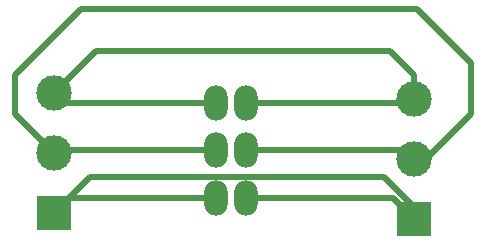
<source format=gbr>
%TF.GenerationSoftware,KiCad,Pcbnew,8.0.1*%
%TF.CreationDate,2024-09-11T08:53:59+05:45*%
%TF.ProjectId,testfootprint,74657374-666f-46f7-9470-72696e742e6b,rev?*%
%TF.SameCoordinates,Original*%
%TF.FileFunction,Copper,L2,Bot*%
%TF.FilePolarity,Positive*%
%FSLAX46Y46*%
G04 Gerber Fmt 4.6, Leading zero omitted, Abs format (unit mm)*
G04 Created by KiCad (PCBNEW 8.0.1) date 2024-09-11 08:53:59*
%MOMM*%
%LPD*%
G01*
G04 APERTURE LIST*
%TA.AperFunction,ComponentPad*%
%ADD10R,3.000000X3.000000*%
%TD*%
%TA.AperFunction,ComponentPad*%
%ADD11C,3.000000*%
%TD*%
%TA.AperFunction,ComponentPad*%
%ADD12O,2.000000X3.000000*%
%TD*%
%TA.AperFunction,Conductor*%
%ADD13C,0.500000*%
%TD*%
G04 APERTURE END LIST*
D10*
%TO.P,J1,1,Pin_1*%
%TO.N,Net-(J1-Pin_1)*%
X55118000Y-53340000D03*
D11*
%TO.P,J1,2,Pin_2*%
%TO.N,Net-(J1-Pin_2)*%
X55118000Y-48260000D03*
%TO.P,J1,3,Pin_3*%
%TO.N,Net-(J1-Pin_3)*%
X55118000Y-43180000D03*
%TD*%
D10*
%TO.P,J1,1,Pin_1*%
%TO.N,Net-(J1-Pin_1)*%
X24638000Y-52832000D03*
D11*
%TO.P,J1,2,Pin_2*%
%TO.N,Net-(J1-Pin_2)*%
X24638000Y-47752000D03*
%TO.P,J1,3,Pin_3*%
%TO.N,Net-(J1-Pin_3)*%
X24638000Y-42672000D03*
%TD*%
D12*
%TO.P,SW1,1,A*%
%TO.N,Net-(J1-Pin_1)*%
X38394000Y-51562000D03*
%TO.P,SW1,2,B*%
%TO.N,Net-(J1-Pin_2)*%
X38394000Y-47562000D03*
%TO.P,SW1,3,C*%
%TO.N,Net-(J1-Pin_3)*%
X38394000Y-43562000D03*
%TO.P,SW1,4*%
%TO.N,Net-(J1-Pin_1)*%
X40894000Y-51562000D03*
%TO.P,SW1,5*%
%TO.N,Net-(J1-Pin_2)*%
X40894000Y-47562000D03*
%TO.P,SW1,6*%
%TO.N,Net-(J1-Pin_3)*%
X40894000Y-43562000D03*
%TD*%
D13*
%TO.N,Net-(J1-Pin_1)*%
X52578000Y-49784000D02*
X55118000Y-52324000D01*
X27686000Y-49784000D02*
X52578000Y-49784000D01*
X24638000Y-52832000D02*
X27686000Y-49784000D01*
X55118000Y-52324000D02*
X55118000Y-53340000D01*
%TO.N,Net-(J1-Pin_2)*%
X59944000Y-40132000D02*
X59944000Y-44450000D01*
X59944000Y-44450000D02*
X56134000Y-48260000D01*
X55372000Y-35560000D02*
X59944000Y-40132000D01*
X21336000Y-41148000D02*
X26924000Y-35560000D01*
X26924000Y-35560000D02*
X55372000Y-35560000D01*
X56134000Y-48260000D02*
X55118000Y-48260000D01*
X21336000Y-44450000D02*
X21336000Y-41148000D01*
X24638000Y-47752000D02*
X21336000Y-44450000D01*
%TO.N,Net-(J1-Pin_3)*%
X55118000Y-41148000D02*
X55118000Y-43180000D01*
X28194000Y-39116000D02*
X53086000Y-39116000D01*
X53086000Y-39116000D02*
X55118000Y-41148000D01*
X24638000Y-42672000D02*
X28194000Y-39116000D01*
%TO.N,Net-(J1-Pin_1)*%
X25908000Y-51562000D02*
X24638000Y-52832000D01*
X38394000Y-51562000D02*
X25908000Y-51562000D01*
%TO.N,Net-(J1-Pin_2)*%
X24828000Y-47562000D02*
X24638000Y-47752000D01*
X38394000Y-47562000D02*
X24828000Y-47562000D01*
%TO.N,Net-(J1-Pin_3)*%
X25528000Y-43562000D02*
X24638000Y-42672000D01*
X38394000Y-43562000D02*
X25528000Y-43562000D01*
%TO.N,Net-(J1-Pin_1)*%
X53340000Y-51562000D02*
X55118000Y-53340000D01*
X40894000Y-51562000D02*
X53340000Y-51562000D01*
%TO.N,Net-(J1-Pin_2)*%
X54420000Y-47562000D02*
X55118000Y-48260000D01*
X40894000Y-47562000D02*
X54420000Y-47562000D01*
%TO.N,Net-(J1-Pin_3)*%
X54736000Y-43562000D02*
X55118000Y-43180000D01*
X40894000Y-43562000D02*
X54736000Y-43562000D01*
%TD*%
M02*

</source>
